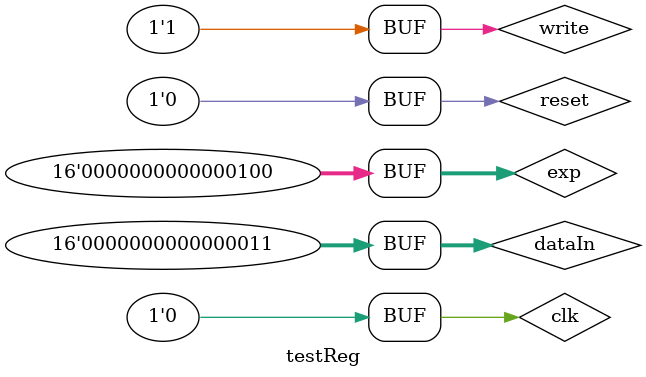
<source format=v>
`timescale 1ns / 1ps


module testReg;

	// Inputs
	reg [15:0] dataIn;
	reg clk;
	reg write;
	reg reset;

	// Outputs
	wire [15:0] dataOut;
	reg [15:0] exp;

	// Instantiate the Unit Under Test (UUT)
	register16bit uut (
		.dataIn(dataIn), 
		.clk(clk), 
		.write(write), 
		.reset(reset), 
		.dataOut(dataOut)
	);

	initial begin
		// Initialize Inputs
		dataIn = 0;
		clk = 0;
		write = 0;
		reset = 0;
		exp = 0;

		// Wait 100 ns for global reset to finish
		#100;
		
		reset = 1;
		#5; clk = 1; #5; clk = 0;
		reset = 0;
		
		write = 1;
		dataIn = 1;
		#5; clk = 1; #5; clk = 0;
		#5; clk = 1; #5; clk = 0;
		write = 0;
		#5; clk = 1; #5; clk = 0;
		dataIn = 2;
		#5; clk = 1; #5; clk = 0;
		dataIn = 2;
		#5; clk = 1; #5; clk = 0;
		dataIn = 3;
		#5; clk = 1; #5; clk = 0;
		
		write = 1;
		dataIn = 1;
		#5; clk = 1; exp = 1; #5; clk = 0;
		dataIn = 2;
		#5; clk = 1; exp = 2; #5; clk = 0; 
		dataIn = 2;
		#5; clk = 1; exp = 3; #5; clk = 0;
		dataIn = 3;
		#5; clk = 1; exp = 4;#5; clk = 0;
        
		// Add stimulus here

	end
      
endmodule


</source>
